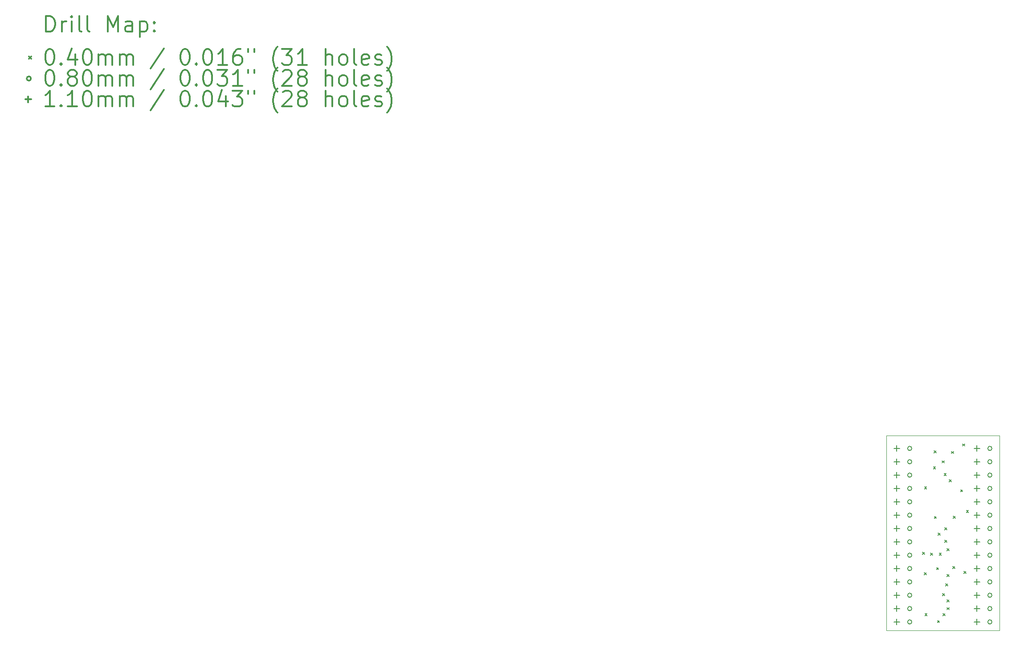
<source format=gbr>
%FSLAX45Y45*%
G04 Gerber Fmt 4.5, Leading zero omitted, Abs format (unit mm)*
G04 Created by KiCad (PCBNEW (5.1.8)-1) date 2023-05-14 21:25:31*
%MOMM*%
%LPD*%
G01*
G04 APERTURE LIST*
%TA.AperFunction,Profile*%
%ADD10C,0.050000*%
%TD*%
%ADD11C,0.200000*%
%ADD12C,0.300000*%
G04 APERTURE END LIST*
D10*
X16261080Y-11859260D02*
X16261080Y-8153400D01*
X18412460Y-11859260D02*
X16261080Y-11859260D01*
X18412460Y-8153400D02*
X18412460Y-11859260D01*
X16261080Y-8153400D02*
X18412460Y-8153400D01*
D11*
X16947200Y-10371140D02*
X16987200Y-10411140D01*
X16987200Y-10371140D02*
X16947200Y-10411140D01*
X16980220Y-10757220D02*
X17020220Y-10797220D01*
X17020220Y-10757220D02*
X16980220Y-10797220D01*
X16985300Y-9124000D02*
X17025300Y-9164000D01*
X17025300Y-9124000D02*
X16985300Y-9164000D01*
X16992920Y-11537000D02*
X17032920Y-11577000D01*
X17032920Y-11537000D02*
X16992920Y-11577000D01*
X17099600Y-10383840D02*
X17139600Y-10423840D01*
X17139600Y-10383840D02*
X17099600Y-10423840D01*
X17155480Y-8745540D02*
X17195480Y-8785540D01*
X17195480Y-8745540D02*
X17155480Y-8785540D01*
X17168180Y-8438200D02*
X17208180Y-8478200D01*
X17208180Y-8438200D02*
X17168180Y-8478200D01*
X17170720Y-9687880D02*
X17210720Y-9727880D01*
X17210720Y-9687880D02*
X17170720Y-9727880D01*
X17213900Y-10660700D02*
X17253900Y-10700700D01*
X17253900Y-10660700D02*
X17213900Y-10700700D01*
X17231680Y-11669080D02*
X17271680Y-11709080D01*
X17271680Y-11669080D02*
X17231680Y-11709080D01*
X17241840Y-10005380D02*
X17281840Y-10045380D01*
X17281840Y-10005380D02*
X17241840Y-10045380D01*
X17264700Y-10388920D02*
X17304700Y-10428920D01*
X17304700Y-10388920D02*
X17264700Y-10428920D01*
X17320580Y-8628700D02*
X17360580Y-8668700D01*
X17360580Y-8628700D02*
X17320580Y-8668700D01*
X17330740Y-11158540D02*
X17370740Y-11198540D01*
X17370740Y-11158540D02*
X17330740Y-11198540D01*
X17338360Y-11537000D02*
X17378360Y-11577000D01*
X17378360Y-11537000D02*
X17338360Y-11577000D01*
X17358680Y-8870000D02*
X17398680Y-8910000D01*
X17398680Y-8870000D02*
X17358680Y-8910000D01*
X17371380Y-9903780D02*
X17411380Y-9943780D01*
X17411380Y-9903780D02*
X17371380Y-9943780D01*
X17371380Y-10140000D02*
X17411380Y-10180000D01*
X17411380Y-10140000D02*
X17371380Y-10180000D01*
X17389160Y-10973120D02*
X17429160Y-11013120D01*
X17429160Y-10973120D02*
X17389160Y-11013120D01*
X17412020Y-10300020D02*
X17452020Y-10340020D01*
X17452020Y-10300020D02*
X17412020Y-10340020D01*
X17412020Y-10790240D02*
X17452020Y-10830240D01*
X17452020Y-10790240D02*
X17412020Y-10830240D01*
X17414560Y-11422700D02*
X17454560Y-11462700D01*
X17454560Y-11422700D02*
X17414560Y-11462700D01*
X17414560Y-11272840D02*
X17454560Y-11312840D01*
X17454560Y-11272840D02*
X17414560Y-11312840D01*
X17453422Y-8986586D02*
X17493422Y-9026586D01*
X17493422Y-8986586D02*
X17453422Y-9026586D01*
X17498380Y-8450900D02*
X17538380Y-8490900D01*
X17538380Y-8450900D02*
X17498380Y-8490900D01*
X17523780Y-10642920D02*
X17563780Y-10682920D01*
X17563780Y-10642920D02*
X17523780Y-10682920D01*
X17531400Y-9682800D02*
X17571400Y-9722800D01*
X17571400Y-9682800D02*
X17531400Y-9722800D01*
X17671100Y-9179880D02*
X17711100Y-9219880D01*
X17711100Y-9179880D02*
X17671100Y-9219880D01*
X17711740Y-8308660D02*
X17751740Y-8348660D01*
X17751740Y-8308660D02*
X17711740Y-8348660D01*
X17732060Y-10731820D02*
X17772060Y-10771820D01*
X17772060Y-10731820D02*
X17732060Y-10771820D01*
X17780320Y-9576120D02*
X17820320Y-9616120D01*
X17820320Y-9576120D02*
X17780320Y-9616120D01*
X16743040Y-8394700D02*
G75*
G03*
X16743040Y-8394700I-40000J0D01*
G01*
X16743040Y-8648700D02*
G75*
G03*
X16743040Y-8648700I-40000J0D01*
G01*
X16743040Y-8902700D02*
G75*
G03*
X16743040Y-8902700I-40000J0D01*
G01*
X16743040Y-9156700D02*
G75*
G03*
X16743040Y-9156700I-40000J0D01*
G01*
X16743040Y-9410700D02*
G75*
G03*
X16743040Y-9410700I-40000J0D01*
G01*
X16743040Y-9664700D02*
G75*
G03*
X16743040Y-9664700I-40000J0D01*
G01*
X16743040Y-9918700D02*
G75*
G03*
X16743040Y-9918700I-40000J0D01*
G01*
X16743040Y-10172700D02*
G75*
G03*
X16743040Y-10172700I-40000J0D01*
G01*
X16743040Y-10426700D02*
G75*
G03*
X16743040Y-10426700I-40000J0D01*
G01*
X16743040Y-10680700D02*
G75*
G03*
X16743040Y-10680700I-40000J0D01*
G01*
X16743040Y-10934700D02*
G75*
G03*
X16743040Y-10934700I-40000J0D01*
G01*
X16743040Y-11188700D02*
G75*
G03*
X16743040Y-11188700I-40000J0D01*
G01*
X16743040Y-11442700D02*
G75*
G03*
X16743040Y-11442700I-40000J0D01*
G01*
X16743040Y-11696700D02*
G75*
G03*
X16743040Y-11696700I-40000J0D01*
G01*
X18267040Y-8394700D02*
G75*
G03*
X18267040Y-8394700I-40000J0D01*
G01*
X18267040Y-8648700D02*
G75*
G03*
X18267040Y-8648700I-40000J0D01*
G01*
X18267040Y-8902700D02*
G75*
G03*
X18267040Y-8902700I-40000J0D01*
G01*
X18267040Y-9156700D02*
G75*
G03*
X18267040Y-9156700I-40000J0D01*
G01*
X18267040Y-9410700D02*
G75*
G03*
X18267040Y-9410700I-40000J0D01*
G01*
X18267040Y-9664700D02*
G75*
G03*
X18267040Y-9664700I-40000J0D01*
G01*
X18267040Y-9918700D02*
G75*
G03*
X18267040Y-9918700I-40000J0D01*
G01*
X18267040Y-10172700D02*
G75*
G03*
X18267040Y-10172700I-40000J0D01*
G01*
X18267040Y-10426700D02*
G75*
G03*
X18267040Y-10426700I-40000J0D01*
G01*
X18267040Y-10680700D02*
G75*
G03*
X18267040Y-10680700I-40000J0D01*
G01*
X18267040Y-10934700D02*
G75*
G03*
X18267040Y-10934700I-40000J0D01*
G01*
X18267040Y-11188700D02*
G75*
G03*
X18267040Y-11188700I-40000J0D01*
G01*
X18267040Y-11442700D02*
G75*
G03*
X18267040Y-11442700I-40000J0D01*
G01*
X18267040Y-11696700D02*
G75*
G03*
X18267040Y-11696700I-40000J0D01*
G01*
X16456660Y-8339700D02*
X16456660Y-8449700D01*
X16401660Y-8394700D02*
X16511660Y-8394700D01*
X16456660Y-8593700D02*
X16456660Y-8703700D01*
X16401660Y-8648700D02*
X16511660Y-8648700D01*
X16456660Y-8847700D02*
X16456660Y-8957700D01*
X16401660Y-8902700D02*
X16511660Y-8902700D01*
X16456660Y-9101700D02*
X16456660Y-9211700D01*
X16401660Y-9156700D02*
X16511660Y-9156700D01*
X16456660Y-9355700D02*
X16456660Y-9465700D01*
X16401660Y-9410700D02*
X16511660Y-9410700D01*
X16456660Y-9609700D02*
X16456660Y-9719700D01*
X16401660Y-9664700D02*
X16511660Y-9664700D01*
X16456660Y-9863700D02*
X16456660Y-9973700D01*
X16401660Y-9918700D02*
X16511660Y-9918700D01*
X16456660Y-10117700D02*
X16456660Y-10227700D01*
X16401660Y-10172700D02*
X16511660Y-10172700D01*
X16456660Y-10371700D02*
X16456660Y-10481700D01*
X16401660Y-10426700D02*
X16511660Y-10426700D01*
X16456660Y-10625700D02*
X16456660Y-10735700D01*
X16401660Y-10680700D02*
X16511660Y-10680700D01*
X16456660Y-10879700D02*
X16456660Y-10989700D01*
X16401660Y-10934700D02*
X16511660Y-10934700D01*
X16456660Y-11133700D02*
X16456660Y-11243700D01*
X16401660Y-11188700D02*
X16511660Y-11188700D01*
X16456660Y-11387700D02*
X16456660Y-11497700D01*
X16401660Y-11442700D02*
X16511660Y-11442700D01*
X16456660Y-11641700D02*
X16456660Y-11751700D01*
X16401660Y-11696700D02*
X16511660Y-11696700D01*
X17980660Y-8339700D02*
X17980660Y-8449700D01*
X17925660Y-8394700D02*
X18035660Y-8394700D01*
X17980660Y-8593700D02*
X17980660Y-8703700D01*
X17925660Y-8648700D02*
X18035660Y-8648700D01*
X17980660Y-8847700D02*
X17980660Y-8957700D01*
X17925660Y-8902700D02*
X18035660Y-8902700D01*
X17980660Y-9101700D02*
X17980660Y-9211700D01*
X17925660Y-9156700D02*
X18035660Y-9156700D01*
X17980660Y-9355700D02*
X17980660Y-9465700D01*
X17925660Y-9410700D02*
X18035660Y-9410700D01*
X17980660Y-9609700D02*
X17980660Y-9719700D01*
X17925660Y-9664700D02*
X18035660Y-9664700D01*
X17980660Y-9863700D02*
X17980660Y-9973700D01*
X17925660Y-9918700D02*
X18035660Y-9918700D01*
X17980660Y-10117700D02*
X17980660Y-10227700D01*
X17925660Y-10172700D02*
X18035660Y-10172700D01*
X17980660Y-10371700D02*
X17980660Y-10481700D01*
X17925660Y-10426700D02*
X18035660Y-10426700D01*
X17980660Y-10625700D02*
X17980660Y-10735700D01*
X17925660Y-10680700D02*
X18035660Y-10680700D01*
X17980660Y-10879700D02*
X17980660Y-10989700D01*
X17925660Y-10934700D02*
X18035660Y-10934700D01*
X17980660Y-11133700D02*
X17980660Y-11243700D01*
X17925660Y-11188700D02*
X18035660Y-11188700D01*
X17980660Y-11387700D02*
X17980660Y-11497700D01*
X17925660Y-11442700D02*
X18035660Y-11442700D01*
X17980660Y-11641700D02*
X17980660Y-11751700D01*
X17925660Y-11696700D02*
X18035660Y-11696700D01*
D12*
X286429Y-465714D02*
X286429Y-165714D01*
X357857Y-165714D01*
X400714Y-180000D01*
X429286Y-208571D01*
X443571Y-237143D01*
X457857Y-294286D01*
X457857Y-337143D01*
X443571Y-394286D01*
X429286Y-422857D01*
X400714Y-451428D01*
X357857Y-465714D01*
X286429Y-465714D01*
X586429Y-465714D02*
X586429Y-265714D01*
X586429Y-322857D02*
X600714Y-294286D01*
X615000Y-280000D01*
X643571Y-265714D01*
X672143Y-265714D01*
X772143Y-465714D02*
X772143Y-265714D01*
X772143Y-165714D02*
X757857Y-180000D01*
X772143Y-194286D01*
X786428Y-180000D01*
X772143Y-165714D01*
X772143Y-194286D01*
X957857Y-465714D02*
X929286Y-451428D01*
X915000Y-422857D01*
X915000Y-165714D01*
X1115000Y-465714D02*
X1086429Y-451428D01*
X1072143Y-422857D01*
X1072143Y-165714D01*
X1457857Y-465714D02*
X1457857Y-165714D01*
X1557857Y-380000D01*
X1657857Y-165714D01*
X1657857Y-465714D01*
X1929286Y-465714D02*
X1929286Y-308571D01*
X1915000Y-280000D01*
X1886428Y-265714D01*
X1829286Y-265714D01*
X1800714Y-280000D01*
X1929286Y-451428D02*
X1900714Y-465714D01*
X1829286Y-465714D01*
X1800714Y-451428D01*
X1786428Y-422857D01*
X1786428Y-394286D01*
X1800714Y-365714D01*
X1829286Y-351428D01*
X1900714Y-351428D01*
X1929286Y-337143D01*
X2072143Y-265714D02*
X2072143Y-565714D01*
X2072143Y-280000D02*
X2100714Y-265714D01*
X2157857Y-265714D01*
X2186429Y-280000D01*
X2200714Y-294286D01*
X2215000Y-322857D01*
X2215000Y-408571D01*
X2200714Y-437143D01*
X2186429Y-451428D01*
X2157857Y-465714D01*
X2100714Y-465714D01*
X2072143Y-451428D01*
X2343571Y-437143D02*
X2357857Y-451428D01*
X2343571Y-465714D01*
X2329286Y-451428D01*
X2343571Y-437143D01*
X2343571Y-465714D01*
X2343571Y-280000D02*
X2357857Y-294286D01*
X2343571Y-308571D01*
X2329286Y-294286D01*
X2343571Y-280000D01*
X2343571Y-308571D01*
X-40000Y-940000D02*
X0Y-980000D01*
X0Y-940000D02*
X-40000Y-980000D01*
X343571Y-795714D02*
X372143Y-795714D01*
X400714Y-810000D01*
X415000Y-824286D01*
X429286Y-852857D01*
X443571Y-910000D01*
X443571Y-981428D01*
X429286Y-1038571D01*
X415000Y-1067143D01*
X400714Y-1081429D01*
X372143Y-1095714D01*
X343571Y-1095714D01*
X315000Y-1081429D01*
X300714Y-1067143D01*
X286429Y-1038571D01*
X272143Y-981428D01*
X272143Y-910000D01*
X286429Y-852857D01*
X300714Y-824286D01*
X315000Y-810000D01*
X343571Y-795714D01*
X572143Y-1067143D02*
X586429Y-1081429D01*
X572143Y-1095714D01*
X557857Y-1081429D01*
X572143Y-1067143D01*
X572143Y-1095714D01*
X843571Y-895714D02*
X843571Y-1095714D01*
X772143Y-781428D02*
X700714Y-995714D01*
X886428Y-995714D01*
X1057857Y-795714D02*
X1086429Y-795714D01*
X1115000Y-810000D01*
X1129286Y-824286D01*
X1143571Y-852857D01*
X1157857Y-910000D01*
X1157857Y-981428D01*
X1143571Y-1038571D01*
X1129286Y-1067143D01*
X1115000Y-1081429D01*
X1086429Y-1095714D01*
X1057857Y-1095714D01*
X1029286Y-1081429D01*
X1015000Y-1067143D01*
X1000714Y-1038571D01*
X986428Y-981428D01*
X986428Y-910000D01*
X1000714Y-852857D01*
X1015000Y-824286D01*
X1029286Y-810000D01*
X1057857Y-795714D01*
X1286429Y-1095714D02*
X1286429Y-895714D01*
X1286429Y-924286D02*
X1300714Y-910000D01*
X1329286Y-895714D01*
X1372143Y-895714D01*
X1400714Y-910000D01*
X1415000Y-938571D01*
X1415000Y-1095714D01*
X1415000Y-938571D02*
X1429286Y-910000D01*
X1457857Y-895714D01*
X1500714Y-895714D01*
X1529286Y-910000D01*
X1543571Y-938571D01*
X1543571Y-1095714D01*
X1686428Y-1095714D02*
X1686428Y-895714D01*
X1686428Y-924286D02*
X1700714Y-910000D01*
X1729286Y-895714D01*
X1772143Y-895714D01*
X1800714Y-910000D01*
X1815000Y-938571D01*
X1815000Y-1095714D01*
X1815000Y-938571D02*
X1829286Y-910000D01*
X1857857Y-895714D01*
X1900714Y-895714D01*
X1929286Y-910000D01*
X1943571Y-938571D01*
X1943571Y-1095714D01*
X2529286Y-781428D02*
X2272143Y-1167143D01*
X2915000Y-795714D02*
X2943571Y-795714D01*
X2972143Y-810000D01*
X2986428Y-824286D01*
X3000714Y-852857D01*
X3015000Y-910000D01*
X3015000Y-981428D01*
X3000714Y-1038571D01*
X2986428Y-1067143D01*
X2972143Y-1081429D01*
X2943571Y-1095714D01*
X2915000Y-1095714D01*
X2886428Y-1081429D01*
X2872143Y-1067143D01*
X2857857Y-1038571D01*
X2843571Y-981428D01*
X2843571Y-910000D01*
X2857857Y-852857D01*
X2872143Y-824286D01*
X2886428Y-810000D01*
X2915000Y-795714D01*
X3143571Y-1067143D02*
X3157857Y-1081429D01*
X3143571Y-1095714D01*
X3129286Y-1081429D01*
X3143571Y-1067143D01*
X3143571Y-1095714D01*
X3343571Y-795714D02*
X3372143Y-795714D01*
X3400714Y-810000D01*
X3415000Y-824286D01*
X3429286Y-852857D01*
X3443571Y-910000D01*
X3443571Y-981428D01*
X3429286Y-1038571D01*
X3415000Y-1067143D01*
X3400714Y-1081429D01*
X3372143Y-1095714D01*
X3343571Y-1095714D01*
X3315000Y-1081429D01*
X3300714Y-1067143D01*
X3286428Y-1038571D01*
X3272143Y-981428D01*
X3272143Y-910000D01*
X3286428Y-852857D01*
X3300714Y-824286D01*
X3315000Y-810000D01*
X3343571Y-795714D01*
X3729286Y-1095714D02*
X3557857Y-1095714D01*
X3643571Y-1095714D02*
X3643571Y-795714D01*
X3615000Y-838571D01*
X3586428Y-867143D01*
X3557857Y-881428D01*
X3986428Y-795714D02*
X3929286Y-795714D01*
X3900714Y-810000D01*
X3886428Y-824286D01*
X3857857Y-867143D01*
X3843571Y-924286D01*
X3843571Y-1038571D01*
X3857857Y-1067143D01*
X3872143Y-1081429D01*
X3900714Y-1095714D01*
X3957857Y-1095714D01*
X3986428Y-1081429D01*
X4000714Y-1067143D01*
X4015000Y-1038571D01*
X4015000Y-967143D01*
X4000714Y-938571D01*
X3986428Y-924286D01*
X3957857Y-910000D01*
X3900714Y-910000D01*
X3872143Y-924286D01*
X3857857Y-938571D01*
X3843571Y-967143D01*
X4129286Y-795714D02*
X4129286Y-852857D01*
X4243571Y-795714D02*
X4243571Y-852857D01*
X4686429Y-1210000D02*
X4672143Y-1195714D01*
X4643571Y-1152857D01*
X4629286Y-1124286D01*
X4615000Y-1081429D01*
X4600714Y-1010000D01*
X4600714Y-952857D01*
X4615000Y-881428D01*
X4629286Y-838571D01*
X4643571Y-810000D01*
X4672143Y-767143D01*
X4686429Y-752857D01*
X4772143Y-795714D02*
X4957857Y-795714D01*
X4857857Y-910000D01*
X4900714Y-910000D01*
X4929286Y-924286D01*
X4943571Y-938571D01*
X4957857Y-967143D01*
X4957857Y-1038571D01*
X4943571Y-1067143D01*
X4929286Y-1081429D01*
X4900714Y-1095714D01*
X4815000Y-1095714D01*
X4786429Y-1081429D01*
X4772143Y-1067143D01*
X5243571Y-1095714D02*
X5072143Y-1095714D01*
X5157857Y-1095714D02*
X5157857Y-795714D01*
X5129286Y-838571D01*
X5100714Y-867143D01*
X5072143Y-881428D01*
X5600714Y-1095714D02*
X5600714Y-795714D01*
X5729286Y-1095714D02*
X5729286Y-938571D01*
X5715000Y-910000D01*
X5686428Y-895714D01*
X5643571Y-895714D01*
X5615000Y-910000D01*
X5600714Y-924286D01*
X5915000Y-1095714D02*
X5886428Y-1081429D01*
X5872143Y-1067143D01*
X5857857Y-1038571D01*
X5857857Y-952857D01*
X5872143Y-924286D01*
X5886428Y-910000D01*
X5915000Y-895714D01*
X5957857Y-895714D01*
X5986428Y-910000D01*
X6000714Y-924286D01*
X6015000Y-952857D01*
X6015000Y-1038571D01*
X6000714Y-1067143D01*
X5986428Y-1081429D01*
X5957857Y-1095714D01*
X5915000Y-1095714D01*
X6186428Y-1095714D02*
X6157857Y-1081429D01*
X6143571Y-1052857D01*
X6143571Y-795714D01*
X6415000Y-1081429D02*
X6386428Y-1095714D01*
X6329286Y-1095714D01*
X6300714Y-1081429D01*
X6286428Y-1052857D01*
X6286428Y-938571D01*
X6300714Y-910000D01*
X6329286Y-895714D01*
X6386428Y-895714D01*
X6415000Y-910000D01*
X6429286Y-938571D01*
X6429286Y-967143D01*
X6286428Y-995714D01*
X6543571Y-1081429D02*
X6572143Y-1095714D01*
X6629286Y-1095714D01*
X6657857Y-1081429D01*
X6672143Y-1052857D01*
X6672143Y-1038571D01*
X6657857Y-1010000D01*
X6629286Y-995714D01*
X6586428Y-995714D01*
X6557857Y-981428D01*
X6543571Y-952857D01*
X6543571Y-938571D01*
X6557857Y-910000D01*
X6586428Y-895714D01*
X6629286Y-895714D01*
X6657857Y-910000D01*
X6772143Y-1210000D02*
X6786428Y-1195714D01*
X6815000Y-1152857D01*
X6829286Y-1124286D01*
X6843571Y-1081429D01*
X6857857Y-1010000D01*
X6857857Y-952857D01*
X6843571Y-881428D01*
X6829286Y-838571D01*
X6815000Y-810000D01*
X6786428Y-767143D01*
X6772143Y-752857D01*
X0Y-1356000D02*
G75*
G03*
X0Y-1356000I-40000J0D01*
G01*
X343571Y-1191714D02*
X372143Y-1191714D01*
X400714Y-1206000D01*
X415000Y-1220286D01*
X429286Y-1248857D01*
X443571Y-1306000D01*
X443571Y-1377429D01*
X429286Y-1434571D01*
X415000Y-1463143D01*
X400714Y-1477428D01*
X372143Y-1491714D01*
X343571Y-1491714D01*
X315000Y-1477428D01*
X300714Y-1463143D01*
X286429Y-1434571D01*
X272143Y-1377429D01*
X272143Y-1306000D01*
X286429Y-1248857D01*
X300714Y-1220286D01*
X315000Y-1206000D01*
X343571Y-1191714D01*
X572143Y-1463143D02*
X586429Y-1477428D01*
X572143Y-1491714D01*
X557857Y-1477428D01*
X572143Y-1463143D01*
X572143Y-1491714D01*
X757857Y-1320286D02*
X729286Y-1306000D01*
X715000Y-1291714D01*
X700714Y-1263143D01*
X700714Y-1248857D01*
X715000Y-1220286D01*
X729286Y-1206000D01*
X757857Y-1191714D01*
X815000Y-1191714D01*
X843571Y-1206000D01*
X857857Y-1220286D01*
X872143Y-1248857D01*
X872143Y-1263143D01*
X857857Y-1291714D01*
X843571Y-1306000D01*
X815000Y-1320286D01*
X757857Y-1320286D01*
X729286Y-1334571D01*
X715000Y-1348857D01*
X700714Y-1377429D01*
X700714Y-1434571D01*
X715000Y-1463143D01*
X729286Y-1477428D01*
X757857Y-1491714D01*
X815000Y-1491714D01*
X843571Y-1477428D01*
X857857Y-1463143D01*
X872143Y-1434571D01*
X872143Y-1377429D01*
X857857Y-1348857D01*
X843571Y-1334571D01*
X815000Y-1320286D01*
X1057857Y-1191714D02*
X1086429Y-1191714D01*
X1115000Y-1206000D01*
X1129286Y-1220286D01*
X1143571Y-1248857D01*
X1157857Y-1306000D01*
X1157857Y-1377429D01*
X1143571Y-1434571D01*
X1129286Y-1463143D01*
X1115000Y-1477428D01*
X1086429Y-1491714D01*
X1057857Y-1491714D01*
X1029286Y-1477428D01*
X1015000Y-1463143D01*
X1000714Y-1434571D01*
X986428Y-1377429D01*
X986428Y-1306000D01*
X1000714Y-1248857D01*
X1015000Y-1220286D01*
X1029286Y-1206000D01*
X1057857Y-1191714D01*
X1286429Y-1491714D02*
X1286429Y-1291714D01*
X1286429Y-1320286D02*
X1300714Y-1306000D01*
X1329286Y-1291714D01*
X1372143Y-1291714D01*
X1400714Y-1306000D01*
X1415000Y-1334571D01*
X1415000Y-1491714D01*
X1415000Y-1334571D02*
X1429286Y-1306000D01*
X1457857Y-1291714D01*
X1500714Y-1291714D01*
X1529286Y-1306000D01*
X1543571Y-1334571D01*
X1543571Y-1491714D01*
X1686428Y-1491714D02*
X1686428Y-1291714D01*
X1686428Y-1320286D02*
X1700714Y-1306000D01*
X1729286Y-1291714D01*
X1772143Y-1291714D01*
X1800714Y-1306000D01*
X1815000Y-1334571D01*
X1815000Y-1491714D01*
X1815000Y-1334571D02*
X1829286Y-1306000D01*
X1857857Y-1291714D01*
X1900714Y-1291714D01*
X1929286Y-1306000D01*
X1943571Y-1334571D01*
X1943571Y-1491714D01*
X2529286Y-1177429D02*
X2272143Y-1563143D01*
X2915000Y-1191714D02*
X2943571Y-1191714D01*
X2972143Y-1206000D01*
X2986428Y-1220286D01*
X3000714Y-1248857D01*
X3015000Y-1306000D01*
X3015000Y-1377429D01*
X3000714Y-1434571D01*
X2986428Y-1463143D01*
X2972143Y-1477428D01*
X2943571Y-1491714D01*
X2915000Y-1491714D01*
X2886428Y-1477428D01*
X2872143Y-1463143D01*
X2857857Y-1434571D01*
X2843571Y-1377429D01*
X2843571Y-1306000D01*
X2857857Y-1248857D01*
X2872143Y-1220286D01*
X2886428Y-1206000D01*
X2915000Y-1191714D01*
X3143571Y-1463143D02*
X3157857Y-1477428D01*
X3143571Y-1491714D01*
X3129286Y-1477428D01*
X3143571Y-1463143D01*
X3143571Y-1491714D01*
X3343571Y-1191714D02*
X3372143Y-1191714D01*
X3400714Y-1206000D01*
X3415000Y-1220286D01*
X3429286Y-1248857D01*
X3443571Y-1306000D01*
X3443571Y-1377429D01*
X3429286Y-1434571D01*
X3415000Y-1463143D01*
X3400714Y-1477428D01*
X3372143Y-1491714D01*
X3343571Y-1491714D01*
X3315000Y-1477428D01*
X3300714Y-1463143D01*
X3286428Y-1434571D01*
X3272143Y-1377429D01*
X3272143Y-1306000D01*
X3286428Y-1248857D01*
X3300714Y-1220286D01*
X3315000Y-1206000D01*
X3343571Y-1191714D01*
X3543571Y-1191714D02*
X3729286Y-1191714D01*
X3629286Y-1306000D01*
X3672143Y-1306000D01*
X3700714Y-1320286D01*
X3715000Y-1334571D01*
X3729286Y-1363143D01*
X3729286Y-1434571D01*
X3715000Y-1463143D01*
X3700714Y-1477428D01*
X3672143Y-1491714D01*
X3586428Y-1491714D01*
X3557857Y-1477428D01*
X3543571Y-1463143D01*
X4015000Y-1491714D02*
X3843571Y-1491714D01*
X3929286Y-1491714D02*
X3929286Y-1191714D01*
X3900714Y-1234571D01*
X3872143Y-1263143D01*
X3843571Y-1277429D01*
X4129286Y-1191714D02*
X4129286Y-1248857D01*
X4243571Y-1191714D02*
X4243571Y-1248857D01*
X4686429Y-1606000D02*
X4672143Y-1591714D01*
X4643571Y-1548857D01*
X4629286Y-1520286D01*
X4615000Y-1477428D01*
X4600714Y-1406000D01*
X4600714Y-1348857D01*
X4615000Y-1277429D01*
X4629286Y-1234571D01*
X4643571Y-1206000D01*
X4672143Y-1163143D01*
X4686429Y-1148857D01*
X4786429Y-1220286D02*
X4800714Y-1206000D01*
X4829286Y-1191714D01*
X4900714Y-1191714D01*
X4929286Y-1206000D01*
X4943571Y-1220286D01*
X4957857Y-1248857D01*
X4957857Y-1277429D01*
X4943571Y-1320286D01*
X4772143Y-1491714D01*
X4957857Y-1491714D01*
X5129286Y-1320286D02*
X5100714Y-1306000D01*
X5086429Y-1291714D01*
X5072143Y-1263143D01*
X5072143Y-1248857D01*
X5086429Y-1220286D01*
X5100714Y-1206000D01*
X5129286Y-1191714D01*
X5186429Y-1191714D01*
X5215000Y-1206000D01*
X5229286Y-1220286D01*
X5243571Y-1248857D01*
X5243571Y-1263143D01*
X5229286Y-1291714D01*
X5215000Y-1306000D01*
X5186429Y-1320286D01*
X5129286Y-1320286D01*
X5100714Y-1334571D01*
X5086429Y-1348857D01*
X5072143Y-1377429D01*
X5072143Y-1434571D01*
X5086429Y-1463143D01*
X5100714Y-1477428D01*
X5129286Y-1491714D01*
X5186429Y-1491714D01*
X5215000Y-1477428D01*
X5229286Y-1463143D01*
X5243571Y-1434571D01*
X5243571Y-1377429D01*
X5229286Y-1348857D01*
X5215000Y-1334571D01*
X5186429Y-1320286D01*
X5600714Y-1491714D02*
X5600714Y-1191714D01*
X5729286Y-1491714D02*
X5729286Y-1334571D01*
X5715000Y-1306000D01*
X5686428Y-1291714D01*
X5643571Y-1291714D01*
X5615000Y-1306000D01*
X5600714Y-1320286D01*
X5915000Y-1491714D02*
X5886428Y-1477428D01*
X5872143Y-1463143D01*
X5857857Y-1434571D01*
X5857857Y-1348857D01*
X5872143Y-1320286D01*
X5886428Y-1306000D01*
X5915000Y-1291714D01*
X5957857Y-1291714D01*
X5986428Y-1306000D01*
X6000714Y-1320286D01*
X6015000Y-1348857D01*
X6015000Y-1434571D01*
X6000714Y-1463143D01*
X5986428Y-1477428D01*
X5957857Y-1491714D01*
X5915000Y-1491714D01*
X6186428Y-1491714D02*
X6157857Y-1477428D01*
X6143571Y-1448857D01*
X6143571Y-1191714D01*
X6415000Y-1477428D02*
X6386428Y-1491714D01*
X6329286Y-1491714D01*
X6300714Y-1477428D01*
X6286428Y-1448857D01*
X6286428Y-1334571D01*
X6300714Y-1306000D01*
X6329286Y-1291714D01*
X6386428Y-1291714D01*
X6415000Y-1306000D01*
X6429286Y-1334571D01*
X6429286Y-1363143D01*
X6286428Y-1391714D01*
X6543571Y-1477428D02*
X6572143Y-1491714D01*
X6629286Y-1491714D01*
X6657857Y-1477428D01*
X6672143Y-1448857D01*
X6672143Y-1434571D01*
X6657857Y-1406000D01*
X6629286Y-1391714D01*
X6586428Y-1391714D01*
X6557857Y-1377429D01*
X6543571Y-1348857D01*
X6543571Y-1334571D01*
X6557857Y-1306000D01*
X6586428Y-1291714D01*
X6629286Y-1291714D01*
X6657857Y-1306000D01*
X6772143Y-1606000D02*
X6786428Y-1591714D01*
X6815000Y-1548857D01*
X6829286Y-1520286D01*
X6843571Y-1477428D01*
X6857857Y-1406000D01*
X6857857Y-1348857D01*
X6843571Y-1277429D01*
X6829286Y-1234571D01*
X6815000Y-1206000D01*
X6786428Y-1163143D01*
X6772143Y-1148857D01*
X-55000Y-1697000D02*
X-55000Y-1807000D01*
X-110000Y-1752000D02*
X0Y-1752000D01*
X443571Y-1887714D02*
X272143Y-1887714D01*
X357857Y-1887714D02*
X357857Y-1587714D01*
X329286Y-1630571D01*
X300714Y-1659143D01*
X272143Y-1673428D01*
X572143Y-1859143D02*
X586429Y-1873428D01*
X572143Y-1887714D01*
X557857Y-1873428D01*
X572143Y-1859143D01*
X572143Y-1887714D01*
X872143Y-1887714D02*
X700714Y-1887714D01*
X786428Y-1887714D02*
X786428Y-1587714D01*
X757857Y-1630571D01*
X729286Y-1659143D01*
X700714Y-1673428D01*
X1057857Y-1587714D02*
X1086429Y-1587714D01*
X1115000Y-1602000D01*
X1129286Y-1616286D01*
X1143571Y-1644857D01*
X1157857Y-1702000D01*
X1157857Y-1773428D01*
X1143571Y-1830571D01*
X1129286Y-1859143D01*
X1115000Y-1873428D01*
X1086429Y-1887714D01*
X1057857Y-1887714D01*
X1029286Y-1873428D01*
X1015000Y-1859143D01*
X1000714Y-1830571D01*
X986428Y-1773428D01*
X986428Y-1702000D01*
X1000714Y-1644857D01*
X1015000Y-1616286D01*
X1029286Y-1602000D01*
X1057857Y-1587714D01*
X1286429Y-1887714D02*
X1286429Y-1687714D01*
X1286429Y-1716286D02*
X1300714Y-1702000D01*
X1329286Y-1687714D01*
X1372143Y-1687714D01*
X1400714Y-1702000D01*
X1415000Y-1730571D01*
X1415000Y-1887714D01*
X1415000Y-1730571D02*
X1429286Y-1702000D01*
X1457857Y-1687714D01*
X1500714Y-1687714D01*
X1529286Y-1702000D01*
X1543571Y-1730571D01*
X1543571Y-1887714D01*
X1686428Y-1887714D02*
X1686428Y-1687714D01*
X1686428Y-1716286D02*
X1700714Y-1702000D01*
X1729286Y-1687714D01*
X1772143Y-1687714D01*
X1800714Y-1702000D01*
X1815000Y-1730571D01*
X1815000Y-1887714D01*
X1815000Y-1730571D02*
X1829286Y-1702000D01*
X1857857Y-1687714D01*
X1900714Y-1687714D01*
X1929286Y-1702000D01*
X1943571Y-1730571D01*
X1943571Y-1887714D01*
X2529286Y-1573428D02*
X2272143Y-1959143D01*
X2915000Y-1587714D02*
X2943571Y-1587714D01*
X2972143Y-1602000D01*
X2986428Y-1616286D01*
X3000714Y-1644857D01*
X3015000Y-1702000D01*
X3015000Y-1773428D01*
X3000714Y-1830571D01*
X2986428Y-1859143D01*
X2972143Y-1873428D01*
X2943571Y-1887714D01*
X2915000Y-1887714D01*
X2886428Y-1873428D01*
X2872143Y-1859143D01*
X2857857Y-1830571D01*
X2843571Y-1773428D01*
X2843571Y-1702000D01*
X2857857Y-1644857D01*
X2872143Y-1616286D01*
X2886428Y-1602000D01*
X2915000Y-1587714D01*
X3143571Y-1859143D02*
X3157857Y-1873428D01*
X3143571Y-1887714D01*
X3129286Y-1873428D01*
X3143571Y-1859143D01*
X3143571Y-1887714D01*
X3343571Y-1587714D02*
X3372143Y-1587714D01*
X3400714Y-1602000D01*
X3415000Y-1616286D01*
X3429286Y-1644857D01*
X3443571Y-1702000D01*
X3443571Y-1773428D01*
X3429286Y-1830571D01*
X3415000Y-1859143D01*
X3400714Y-1873428D01*
X3372143Y-1887714D01*
X3343571Y-1887714D01*
X3315000Y-1873428D01*
X3300714Y-1859143D01*
X3286428Y-1830571D01*
X3272143Y-1773428D01*
X3272143Y-1702000D01*
X3286428Y-1644857D01*
X3300714Y-1616286D01*
X3315000Y-1602000D01*
X3343571Y-1587714D01*
X3700714Y-1687714D02*
X3700714Y-1887714D01*
X3629286Y-1573428D02*
X3557857Y-1787714D01*
X3743571Y-1787714D01*
X3829286Y-1587714D02*
X4015000Y-1587714D01*
X3915000Y-1702000D01*
X3957857Y-1702000D01*
X3986428Y-1716286D01*
X4000714Y-1730571D01*
X4015000Y-1759143D01*
X4015000Y-1830571D01*
X4000714Y-1859143D01*
X3986428Y-1873428D01*
X3957857Y-1887714D01*
X3872143Y-1887714D01*
X3843571Y-1873428D01*
X3829286Y-1859143D01*
X4129286Y-1587714D02*
X4129286Y-1644857D01*
X4243571Y-1587714D02*
X4243571Y-1644857D01*
X4686429Y-2002000D02*
X4672143Y-1987714D01*
X4643571Y-1944857D01*
X4629286Y-1916286D01*
X4615000Y-1873428D01*
X4600714Y-1802000D01*
X4600714Y-1744857D01*
X4615000Y-1673428D01*
X4629286Y-1630571D01*
X4643571Y-1602000D01*
X4672143Y-1559143D01*
X4686429Y-1544857D01*
X4786429Y-1616286D02*
X4800714Y-1602000D01*
X4829286Y-1587714D01*
X4900714Y-1587714D01*
X4929286Y-1602000D01*
X4943571Y-1616286D01*
X4957857Y-1644857D01*
X4957857Y-1673428D01*
X4943571Y-1716286D01*
X4772143Y-1887714D01*
X4957857Y-1887714D01*
X5129286Y-1716286D02*
X5100714Y-1702000D01*
X5086429Y-1687714D01*
X5072143Y-1659143D01*
X5072143Y-1644857D01*
X5086429Y-1616286D01*
X5100714Y-1602000D01*
X5129286Y-1587714D01*
X5186429Y-1587714D01*
X5215000Y-1602000D01*
X5229286Y-1616286D01*
X5243571Y-1644857D01*
X5243571Y-1659143D01*
X5229286Y-1687714D01*
X5215000Y-1702000D01*
X5186429Y-1716286D01*
X5129286Y-1716286D01*
X5100714Y-1730571D01*
X5086429Y-1744857D01*
X5072143Y-1773428D01*
X5072143Y-1830571D01*
X5086429Y-1859143D01*
X5100714Y-1873428D01*
X5129286Y-1887714D01*
X5186429Y-1887714D01*
X5215000Y-1873428D01*
X5229286Y-1859143D01*
X5243571Y-1830571D01*
X5243571Y-1773428D01*
X5229286Y-1744857D01*
X5215000Y-1730571D01*
X5186429Y-1716286D01*
X5600714Y-1887714D02*
X5600714Y-1587714D01*
X5729286Y-1887714D02*
X5729286Y-1730571D01*
X5715000Y-1702000D01*
X5686428Y-1687714D01*
X5643571Y-1687714D01*
X5615000Y-1702000D01*
X5600714Y-1716286D01*
X5915000Y-1887714D02*
X5886428Y-1873428D01*
X5872143Y-1859143D01*
X5857857Y-1830571D01*
X5857857Y-1744857D01*
X5872143Y-1716286D01*
X5886428Y-1702000D01*
X5915000Y-1687714D01*
X5957857Y-1687714D01*
X5986428Y-1702000D01*
X6000714Y-1716286D01*
X6015000Y-1744857D01*
X6015000Y-1830571D01*
X6000714Y-1859143D01*
X5986428Y-1873428D01*
X5957857Y-1887714D01*
X5915000Y-1887714D01*
X6186428Y-1887714D02*
X6157857Y-1873428D01*
X6143571Y-1844857D01*
X6143571Y-1587714D01*
X6415000Y-1873428D02*
X6386428Y-1887714D01*
X6329286Y-1887714D01*
X6300714Y-1873428D01*
X6286428Y-1844857D01*
X6286428Y-1730571D01*
X6300714Y-1702000D01*
X6329286Y-1687714D01*
X6386428Y-1687714D01*
X6415000Y-1702000D01*
X6429286Y-1730571D01*
X6429286Y-1759143D01*
X6286428Y-1787714D01*
X6543571Y-1873428D02*
X6572143Y-1887714D01*
X6629286Y-1887714D01*
X6657857Y-1873428D01*
X6672143Y-1844857D01*
X6672143Y-1830571D01*
X6657857Y-1802000D01*
X6629286Y-1787714D01*
X6586428Y-1787714D01*
X6557857Y-1773428D01*
X6543571Y-1744857D01*
X6543571Y-1730571D01*
X6557857Y-1702000D01*
X6586428Y-1687714D01*
X6629286Y-1687714D01*
X6657857Y-1702000D01*
X6772143Y-2002000D02*
X6786428Y-1987714D01*
X6815000Y-1944857D01*
X6829286Y-1916286D01*
X6843571Y-1873428D01*
X6857857Y-1802000D01*
X6857857Y-1744857D01*
X6843571Y-1673428D01*
X6829286Y-1630571D01*
X6815000Y-1602000D01*
X6786428Y-1559143D01*
X6772143Y-1544857D01*
M02*

</source>
